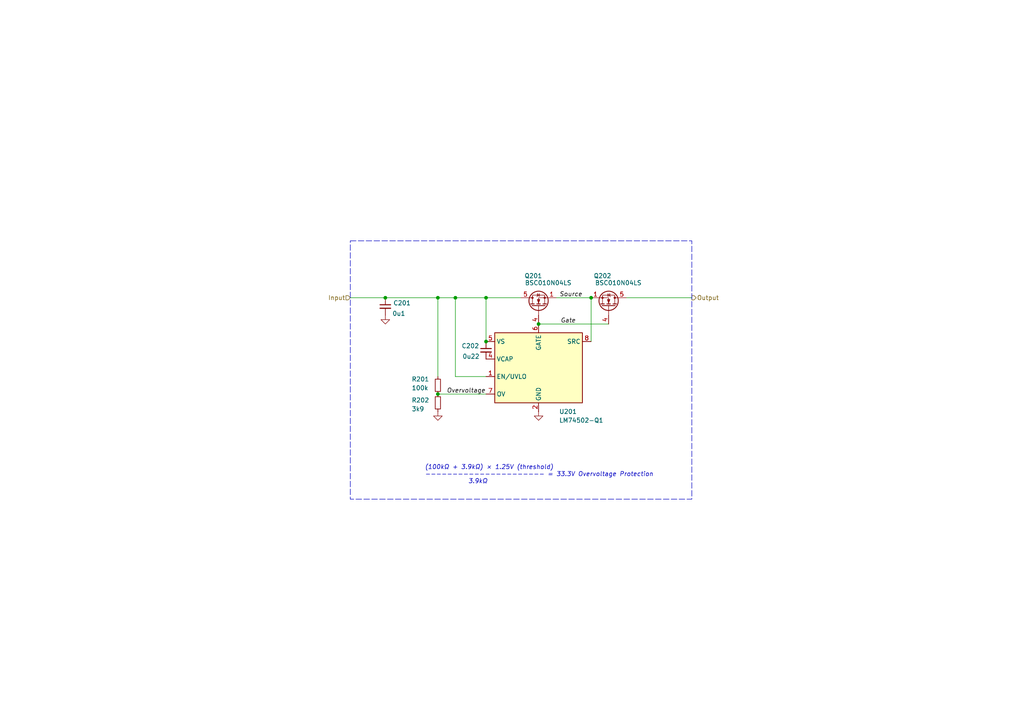
<source format=kicad_sch>
(kicad_sch (version 20250114) (generator "eeschema") (generator_version "9.0")
  (paper "A4")
  (title_block (title "Polarity Protection") (date "2025-12-31") (rev "1") (company "Versio Duo"))
  (lib_symbols
    (symbol "V2_Device:C_0603_0u1" (pin_numbers (hide yes)) (pin_names (offset 0.254) (hide yes))
      (property "Reference" "C" (at 1.778 1.524 0))
      (property "Value" "0u1" (at 1.778 -2.032 0))
      (symbol "C_0603_0u1_0_1"
        (polyline (pts (xy -1.524 0.508) (xy 1.524 0.508)) (stroke (width 0.3048)))
        (polyline (pts (xy -1.524 -0.508) (xy 1.524 -0.508)) (stroke (width 0.3302)))
      )
      (symbol "C_0603_0u1_1_1"
        (pin passive line (at 0 2.54 270) (length 2.032) (name "~") (number "1"))
        (pin passive line (at 0 -2.54 90) (length 2.032) (name "~") (number "2"))
      )
    )
    (symbol "V2_Device:C_0603_0u22" (pin_numbers (hide yes)) (pin_names (offset 0.254) (hide yes))
      (property "Reference" "C" (at 1.524 1.778 0))
      (property "Value" "0u22" (at 1.524 -2.032 0))
      (symbol "C_0603_0u22_0_1"
        (polyline (pts (xy -1.524 0.508) (xy 1.524 0.508)) (stroke (width 0.3048)))
        (polyline (pts (xy -1.524 -0.508) (xy 1.524 -0.508)) (stroke (width 0.3302)))
      )
      (symbol "C_0603_0u22_1_1"
        (pin passive line (at 0 2.54 270) (length 2.032) (name "~") (number "1"))
        (pin passive line (at 0 -2.54 90) (length 2.032) (name "~") (number "2"))
      )
    )
    (symbol "V2_Device:R_0603_100k" (pin_numbers (hide yes)) (pin_names (offset 0.254) (hide yes))
      (property "Reference" "R" (at 2.032 1.27 0))
      (property "Value" "100k" (at 3.81 -1.27 0))
      (symbol "R_0603_100k_0_1"
        (rectangle (start -0.762 1.778) (end 0.762 -1.778) (stroke (width 0.2032)))
      )
      (symbol "R_0603_100k_1_1"
        (pin passive line (at 0 2.54 270) (length 0.762) (name "~") (number "1"))
        (pin passive line (at 0 -2.54 90) (length 0.762) (name "~") (number "2"))
      )
    )
    (symbol "V2_Device:R_0603_3k9" (pin_numbers (hide yes)) (pin_names (offset 0.254) (hide yes))
      (property "Reference" "R" (at 2.032 1.27 0))
      (property "Value" "3k9" (at 3.302 -1.27 0))
      (symbol "R_0603_3k9_0_1"
        (rectangle (start -0.762 1.778) (end 0.762 -1.778) (stroke (width 0.2032)))
      )
      (symbol "R_0603_3k9_1_1"
        (pin passive line (at 0 2.54 270) (length 0.762) (name "~") (number "1"))
        (pin passive line (at 0 -2.54 90) (length 0.762) (name "~") (number "2"))
      )
    )
    (symbol "V2_Power_Management:LM74502-Q1"
      (property "Reference" "U" (at 2.54 -12.7 0))
      (property "Value" "LM74502-Q1" (at 2.54 -15.24 0))
      (symbol "LM74502-Q1_0_1"
        (rectangle (start -12.7 10.16) (end 12.7 -10.16) (stroke (width 0.254)) (fill (type background)))
      )
      (symbol "LM74502-Q1_1_1"
        (pin input line (at -15.24 7.62 0) (length 2.54) (name "VS") (number "5"))
        (pin bidirectional line (at -15.24 2.54 0) (length 2.54) (name "VCAP") (number "4"))
        (pin passive line (at -15.24 -2.54 0) (length 2.54) (name "EN/UVLO") (number "1"))
        (pin input line (at -15.24 -7.62 0) (length 2.54) (name "OV") (number "7"))
        (pin output line (at 0 12.7 270) (length 2.54) (name "GATE") (number "6"))
        (pin power_in line (at 0 -12.7 90) (length 2.54) (name "GND") (number "2"))
        (pin no_connect line (at 5.08 -25.4 0) (length 2.54) (hide yes) (name "") (number "3"))
        (pin input line (at 15.24 7.62 180) (length 2.54) (name "SRC") (number "8"))
      )
    )
    (symbol "V2_Transistor_FET:BSC010N04LS" (pin_names (hide yes))
      (property "Reference" "Q" (at 5.08 1.905 0))
      (property "Value" "BSC010N04LS" (at 5.08 0 0))
      (symbol "BSC010N04LS_0_1"
        (polyline (pts (xy 0.254 1.905) (xy 0.254 -1.905)) (stroke (width 0.254)))
        (polyline (pts (xy 0.254 0) (xy -2.54 0)))
        (polyline (pts (xy 0.762 2.286) (xy 0.762 1.27)) (stroke (width 0.254)))
        (polyline (pts (xy 0.762 0.508) (xy 0.762 -0.508)) (stroke (width 0.254)))
        (polyline (pts (xy 0.762 -1.27) (xy 0.762 -2.286)) (stroke (width 0.254)))
        (polyline (pts (xy 0.762 -1.778) (xy 3.302 -1.778) (xy 3.302 1.778) (xy 0.762 1.778)))
        (polyline (pts (xy 1.016 0) (xy 2.032 0.381) (xy 2.032 -0.381) (xy 1.016 0)) (fill (type outline)))
        (circle (center 1.651 0) (radius 2.794) (stroke (width 0.254)))
        (polyline (pts (xy 2.54 2.54) (xy 2.54 1.778)))
        (circle (center 2.54 1.778) (radius 0.254) (fill (type outline)))
        (circle (center 2.54 -1.778) (radius 0.254) (fill (type outline)))
        (polyline (pts (xy 2.54 -2.54) (xy 2.54 0) (xy 0.762 0)))
        (polyline (pts (xy 2.794 0.508) (xy 2.921 0.381) (xy 3.683 0.381) (xy 3.81 0.254)))
        (polyline (pts (xy 3.302 0.381) (xy 2.921 -0.254) (xy 3.683 -0.254) (xy 3.302 0.381)))
      )
      (symbol "BSC010N04LS_1_1"
        (pin passive line (at -5.08 0 0) (length 2.54) (name "G") (number "4"))
        (pin passive line (at 2.54 5.08 270) (length 2.54) (name "D") (number "5"))
        (pin passive line (at 2.54 -5.08 90) (length 2.54) (name "S") (number "1"))
      )
    )
    (symbol "V2_power:GND" (power) (pin_numbers (hide yes)) (pin_names (offset 0) (hide yes))
      (symbol "GND_0_1"
        (polyline (pts (xy 0 0) (xy 0 -1.27) (xy 1.27 -1.27) (xy 0 -2.54) (xy -1.27 -1.27) (xy 0 -1.27)))
      )
      (symbol "GND_1_1"
        (pin power_in line (at 0 0 270) (length 0) (name "~") (number "1"))
      )
    )
  )
  (rectangle (start 101.6 69.85) (end 200.66 144.78) (stroke (width 0) (type dash)))
  (text "(100kΩ + 3.9kΩ) × 1.25V (threshold)\n---------------------- = 33.3V Overvoltage Protection\n             3.9kΩ" (at 123.19 140.462 0) (effects (font (size 1.27 1.27) (italic yes)) (justify left bottom)))
  (junction (at 127 86.36))
  (junction (at 140.97 86.36))
  (junction (at 140.97 99.06))
  (junction (at 111.76 86.36))
  (junction (at 156.21 93.98))
  (junction (at 127 114.3))
  (junction (at 132.08 86.36))
  (junction (at 171.45 86.36))
  (wire (pts (xy 127 109.22) (xy 127 86.36)))
  (wire (pts (xy 161.29 86.36) (xy 171.45 86.36)))
  (wire (pts (xy 101.6 86.36) (xy 111.76 86.36)))
  (wire (pts (xy 181.61 86.36) (xy 200.66 86.36)))
  (wire (pts (xy 132.08 86.36) (xy 140.97 86.36)))
  (wire (pts (xy 156.21 93.98) (xy 176.53 93.98)))
  (wire (pts (xy 111.76 86.36) (xy 127 86.36)))
  (wire (pts (xy 127 114.3) (xy 140.97 114.3)))
  (wire (pts (xy 171.45 86.36) (xy 171.45 99.06)))
  (wire (pts (xy 140.97 86.36) (xy 151.13 86.36)))
  (wire (pts (xy 140.97 109.22) (xy 132.08 109.22)))
  (wire (pts (xy 127 86.36) (xy 132.08 86.36)))
  (wire (pts (xy 132.08 109.22) (xy 132.08 86.36)))
  (wire (pts (xy 140.97 86.36) (xy 140.97 99.06)))
  (label "Gate" (at 162.56 93.98 0) (effects (font (italic yes))))
  (label "Overvoltage" (at 129.54 114.3 0) (effects (font (italic yes))))
  (label "Source" (at 168.91 86.36 180) (effects (font (italic yes))))
  (hierarchical_label "Input" (shape input) (at 101.6 86.36 180))
  (hierarchical_label "Output" (shape output) (at 200.66 86.36 0))
  (symbol (lib_id "V2_power:GND") (at 111.76 91.44 0) (unit 1)
    (property "Reference" "#PWR0201" (effects (hide yes)))
    (property "Value" "GND" (effects (hide yes)))
    (property "Description" "Power symbol creates a global label with name \"GND\" , ground" (effects (hide yes)))
  )
  (symbol (lib_id "V2_Transistor_FET:BSC010N04LS") (at 156.21 88.9 90) (unit 1)
    (property "Reference" "Q201" (at 154.686 80.01 90))
    (property "Value" "BSC010N04LS" (at 159.004 82.042 90))
    (property "Footprint" "V2_Package_TO_SOT_SMD:TDSON-8-FL" (effects (hide yes)))
    (property "Mouser" "726-BSC010N04LS" (effects (hide yes)))
  )
  (symbol (lib_id "V2_Power_Management:LM74502-Q1") (at 156.21 106.68 0) (unit 1)
    (property "Reference" "U201" (at 162.1744 119.38 0) (effects (justify left)))
    (property "Value" "LM74502-Q1" (at 162.1744 121.92 0) (effects (justify left)))
    (property "Footprint" "V2_Package_TO_SOT_SMD:SOT-23-8" (effects (hide yes)))
    (property "Description" "Reverse Polarity Protection Controller" (effects (hide yes)))
    (property "Mouser" "595-LM74502HQDDFRQ1" (effects (hide yes)))
  )
  (symbol (lib_id "V2_Device:R_0603_100k") (at 127 111.76 0) (unit 1)
    (property "Reference" "R201" (at 119.38 109.982 0) (effects (justify left)))
    (property "Value" "100k" (at 119.38 112.522 0) (effects (justify left)))
    (property "Footprint" "V2_Resistor_SMD:R_0603" (effects (hide yes)))
    (property "Description" "Resistor, small symbol" (effects (hide yes)))
    (property "Mouser" "71-CRCW0603100KFKEAC" (effects (hide yes)))
  )
  (symbol (lib_id "V2_Device:C_0603_0u1") (at 111.76 88.9 0) (unit 1)
    (property "Reference" "C201" (at 114.046 87.884 0) (effects (justify left)))
    (property "Value" "0u1" (at 113.792 90.932 0) (effects (justify left)))
    (property "Footprint" "V2_Capacitor_SMD:C_0603" (effects (hide yes)))
    (property "Description" "Unpolarized capacitor, small symbol" (effects (hide yes)))
    (property "Mouser" "810-CGA3E2X7R1H104MA" (effects (hide yes)))
  )
  (symbol (lib_id "V2_Device:C_0603_0u22") (at 140.97 101.6 0) (unit 1)
    (property "Reference" "C202" (at 133.858 100.33 0) (effects (justify left)))
    (property "Value" "0u22" (at 134.112 103.378 0) (effects (justify left)))
    (property "Footprint" "V2_Capacitor_SMD:C_0603" (effects (hide yes)))
    (property "Description" "Unpolarized capacitor, small symbol" (effects (hide yes)))
    (property "Mouser" "603-CC0603JRX79BB224" (effects (hide yes)))
  )
  (symbol (lib_id "V2_Device:R_0603_3k9") (at 127 116.84 0) (unit 1)
    (property "Reference" "R202" (at 119.38 116.078 0) (effects (justify left)))
    (property "Value" "3k9" (at 119.38 118.618 0) (effects (justify left)))
    (property "Footprint" "V2_Resistor_SMD:R_0603" (effects (hide yes)))
    (property "Description" "Resistor, small symbol" (effects (hide yes)))
    (property "Mouser" "71-CRCW06033K90FKEAC" (effects (hide yes)))
  )
  (symbol (lib_id "V2_Transistor_FET:BSC010N04LS") (at 176.53 88.9 270) (mirror x) (unit 1)
    (property "Reference" "Q202" (at 174.752 80.01 90))
    (property "Value" "BSC010N04LS" (at 179.324 82.042 90))
    (property "Footprint" "V2_Package_TO_SOT_SMD:TDSON-8-FL" (effects (hide yes)))
    (property "Mouser" "726-BSC010N04LS" (effects (hide yes)))
  )
  (symbol (lib_id "V2_power:GND") (at 156.21 119.38 0) (unit 1)
    (property "Reference" "#PWR0203" (effects (hide yes)))
    (property "Value" "GND" (effects (hide yes)))
    (property "Description" "Power symbol creates a global label with name \"GND\" , ground" (effects (hide yes)))
  )
  (symbol (lib_id "V2_power:GND") (at 127 119.38 0) (unit 1)
    (property "Reference" "#PWR0202" (effects (hide yes)))
    (property "Value" "GND" (effects (hide yes)))
    (property "Description" "Power symbol creates a global label with name \"GND\" , ground" (effects (hide yes)))
  )
)
</source>
